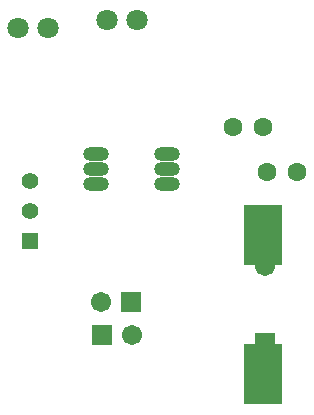
<source format=gts>
G04*
G04 #@! TF.GenerationSoftware,Altium Limited,Altium Designer,21.8.1 (53)*
G04*
G04 Layer_Color=8388736*
%FSLAX25Y25*%
%MOIN*%
G70*
G04*
G04 #@! TF.SameCoordinates,09E1DB28-DAEE-4E81-ADDD-69EA7BC9691D*
G04*
G04*
G04 #@! TF.FilePolarity,Negative*
G04*
G01*
G75*
%ADD15R,0.12611X0.20485*%
%ADD16C,0.06312*%
%ADD17C,0.07099*%
%ADD18O,0.08674X0.04737*%
%ADD19O,0.08674X0.04737*%
%ADD20C,0.06706*%
%ADD21R,0.06706X0.06706*%
%ADD22R,0.06706X0.06706*%
%ADD23C,0.05524*%
%ADD24R,0.05524X0.05524*%
D15*
X410000Y314430D02*
D03*
Y267973D02*
D03*
D16*
X411500Y335500D02*
D03*
X421500D02*
D03*
X400000Y350500D02*
D03*
X410000D02*
D03*
D17*
X328500Y383500D02*
D03*
X338500D02*
D03*
X358000Y386000D02*
D03*
X368000D02*
D03*
D18*
X354500Y331500D02*
D03*
X378000D02*
D03*
D19*
X354500Y336500D02*
D03*
Y341500D02*
D03*
X378000Y336500D02*
D03*
Y341500D02*
D03*
D20*
X410945Y303997D02*
D03*
X366500Y281000D02*
D03*
X356000Y292000D02*
D03*
D21*
X410945Y278406D02*
D03*
D22*
X356500Y281000D02*
D03*
X366000Y292000D02*
D03*
D23*
X332500Y332500D02*
D03*
Y322500D02*
D03*
D24*
Y312500D02*
D03*
M02*

</source>
